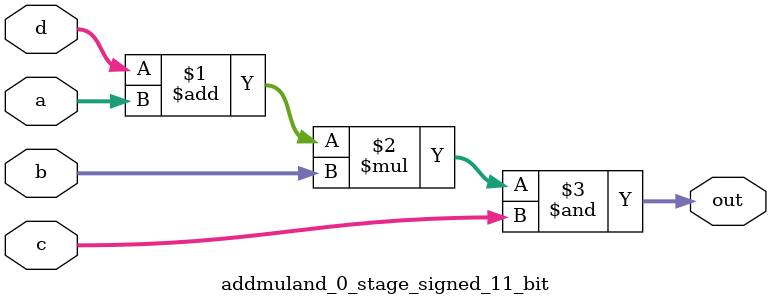
<source format=sv>
(* use_dsp = "yes" *) module addmuland_0_stage_signed_11_bit(
	input signed [10:0] a,
	input signed [10:0] b,
	input signed [10:0] c,
	input signed [10:0] d,
	output [10:0] out
	);

	assign out = ((d + a) * b) & c;
endmodule

</source>
